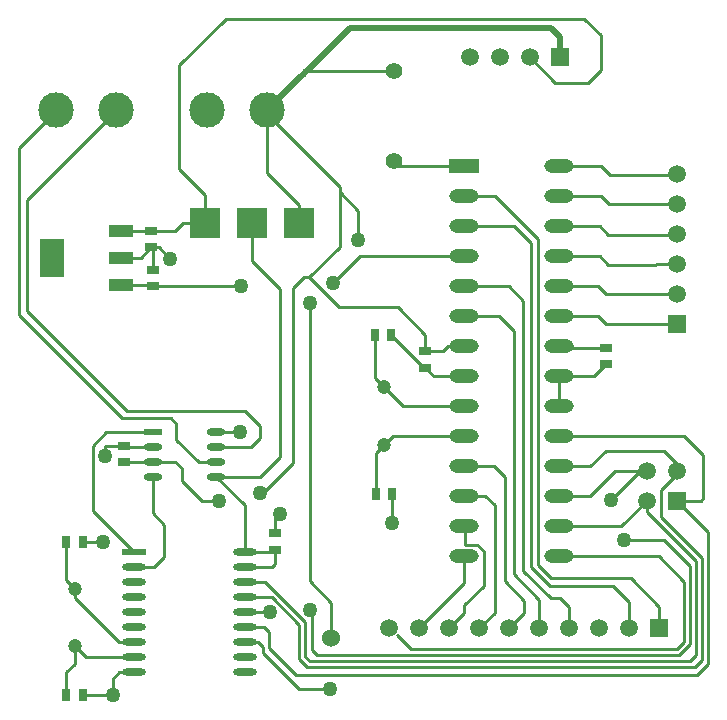
<source format=gtl>
G04 Layer_Physical_Order=1*
G04 Layer_Color=255*
%FSLAX44Y44*%
%MOMM*%
G71*
G01*
G75*
%ADD10R,1.0000X0.7000*%
%ADD11R,0.7000X1.0000*%
%ADD12O,2.0000X0.6000*%
%ADD13R,2.0000X0.6000*%
%ADD14R,1.5500X0.6000*%
%ADD15O,1.5500X0.6000*%
%ADD16R,2.1500X3.2500*%
%ADD17R,2.1500X1.0000*%
%ADD18R,2.5000X2.5000*%
%ADD19C,0.2540*%
%ADD20C,0.5000*%
%ADD21R,1.5000X1.5000*%
%ADD22C,1.5000*%
%ADD23C,3.0000*%
%ADD24C,1.2000*%
%ADD25C,1.5240*%
%ADD26R,1.5000X1.5000*%
%ADD27O,2.5000X1.2000*%
%ADD28R,2.5000X1.2000*%
%ADD29C,1.4000*%
%ADD30C,1.2700*%
D10*
X1417000Y941000D02*
D03*
Y927000D02*
D03*
X1290000Y773000D02*
D03*
Y787000D02*
D03*
X1185000Y1043000D02*
D03*
Y1029000D02*
D03*
X1186000Y996000D02*
D03*
Y1010000D02*
D03*
X1570000Y930000D02*
D03*
Y944000D02*
D03*
X1162000Y847000D02*
D03*
Y861000D02*
D03*
D11*
X1375000Y820000D02*
D03*
X1389000D02*
D03*
X1113000Y650000D02*
D03*
X1127000D02*
D03*
X1113000Y780000D02*
D03*
X1127000D02*
D03*
X1374000Y955000D02*
D03*
X1388000D02*
D03*
D12*
X1264000Y669200D02*
D03*
Y681900D02*
D03*
Y694600D02*
D03*
Y707300D02*
D03*
Y720000D02*
D03*
Y732700D02*
D03*
Y745400D02*
D03*
Y758100D02*
D03*
Y770800D02*
D03*
X1170000Y669200D02*
D03*
Y681900D02*
D03*
Y694600D02*
D03*
Y707300D02*
D03*
Y720000D02*
D03*
Y732700D02*
D03*
Y745400D02*
D03*
Y758100D02*
D03*
D13*
Y770800D02*
D03*
D14*
X1186000Y872700D02*
D03*
D15*
Y860000D02*
D03*
Y847300D02*
D03*
Y834600D02*
D03*
X1240000Y872700D02*
D03*
Y860000D02*
D03*
Y847300D02*
D03*
Y834600D02*
D03*
D16*
X1100750Y1020000D02*
D03*
D17*
X1159250Y1043000D02*
D03*
Y1020000D02*
D03*
Y997000D02*
D03*
D18*
X1230000Y1050000D02*
D03*
X1310000D02*
D03*
X1270000D02*
D03*
D19*
X1454500Y915500D02*
X1458750Y919750D01*
X1526900Y1168500D02*
X1554500D01*
X1505400Y1190000D02*
X1526900Y1168500D01*
X1554500D02*
X1565250Y1179250D01*
X1574000Y815000D02*
Y815500D01*
X1598500Y840000D01*
X1619250Y781000D02*
X1641000Y759250D01*
X1585000Y781000D02*
X1619250D01*
X1530000Y767600D02*
X1614400D01*
X1319000Y678580D02*
X1641330D01*
X1315080Y682500D02*
X1319000Y678580D01*
X1641330D02*
X1646420Y683670D01*
X1606050Y963800D02*
X1630000D01*
X1572500Y1065400D02*
X1630000D01*
X1612350Y1014600D02*
X1630000D01*
X1614400Y767600D02*
X1635920Y746080D01*
Y694920D02*
Y746080D01*
X1629750Y688750D02*
X1635920Y694920D01*
X1656580Y676580D02*
Y788020D01*
X1647000Y667000D02*
X1656580Y676580D01*
X1307500Y667000D02*
X1647000D01*
X1404550Y688750D02*
X1629750D01*
X1321000Y687764D02*
Y720250D01*
Y687764D02*
X1325104Y683660D01*
X1631844D01*
X1319000Y722250D02*
X1321000Y720250D01*
X1281403Y745400D02*
X1315080Y711723D01*
Y682500D02*
Y711723D01*
X1310000Y680396D02*
Y709618D01*
Y680396D02*
X1316896Y673500D01*
X1645000D01*
X1286918Y732700D02*
X1310000Y709618D01*
X1208250Y1095000D02*
Y1183250D01*
X1247750Y1222750D01*
X1208250Y1095000D02*
X1230000Y1073250D01*
Y1050000D02*
Y1073250D01*
X1247750Y1222750D02*
X1551000D01*
X1565250Y1208500D01*
Y1179250D02*
Y1208500D01*
X1152300Y1142300D02*
X1159800Y1134800D01*
X1072750Y1113300D02*
X1106700Y1147250D01*
X1450500Y777410D02*
Y793000D01*
X1316250Y1178000D02*
X1316350Y1178100D01*
X1390000D01*
X1312000Y1173750D02*
X1313250Y1175000D01*
X1386900D02*
X1390000Y1178100D01*
X1240300Y873000D02*
X1260000D01*
X1240000Y872700D02*
X1240300Y873000D01*
X1344500Y1029750D02*
Y1075500D01*
Y1080500D01*
Y1075500D02*
X1360000Y1060000D01*
Y1035000D02*
Y1060000D01*
X1186000Y996000D02*
X1261000D01*
X1389000Y796000D02*
Y820000D01*
X1283250Y1141750D02*
Y1145000D01*
Y1091750D02*
Y1141750D01*
X1310000Y1050000D02*
Y1065000D01*
X1283250Y1091750D02*
X1310000Y1065000D01*
X1283250Y1141750D02*
X1344500Y1080500D01*
X1072750Y972000D02*
Y1113300D01*
X1079500Y1069500D02*
X1152300Y1142300D01*
X1079500Y975500D02*
Y1069500D01*
X1313875Y1003875D02*
X1318625D01*
X1344500Y1029750D01*
X1318625Y1003875D02*
X1343750Y978750D01*
X1135340Y861090D02*
X1146950Y872700D01*
X1135340Y805460D02*
X1170000Y770800D01*
X1135340Y805460D02*
Y861090D01*
X1145500Y852500D02*
Y861000D01*
X1145500Y861000D01*
X1162000D01*
X1191250Y1029000D02*
X1201000Y1019250D01*
X1185000Y1029000D02*
X1191250D01*
X1290000Y799250D02*
X1294000Y803250D01*
X1290000Y787000D02*
Y799250D01*
X1127000Y780000D02*
X1144000D01*
X1127000Y650000D02*
X1127250Y649750D01*
X1152500D01*
Y663750D01*
X1157950Y669200D01*
X1170000D01*
X1305000Y995000D02*
X1313875Y1003875D01*
X1305000Y846750D02*
Y995000D01*
X1343750Y978750D02*
X1393500D01*
X1279250Y821000D02*
X1305000Y846750D01*
X1277000Y821000D02*
X1279250D01*
X1227500Y814500D02*
X1242000D01*
X1210500Y831500D02*
X1227500Y814500D01*
X1210500Y831500D02*
Y842000D01*
X1205200Y847300D02*
X1210500Y842000D01*
X1186000Y847300D02*
X1205200D01*
X1264000Y758100D02*
X1287350D01*
X1290000Y760750D01*
Y773000D01*
X1450000Y920000D02*
X1454500Y915500D01*
X1424000Y920000D02*
X1450000D01*
X1417000Y927000D02*
X1424000Y920000D01*
X1388000Y955000D02*
X1416000Y927000D01*
X1417000D01*
X1375000Y855000D02*
X1382000Y862000D01*
X1375000Y820000D02*
Y855000D01*
X1382000Y862000D02*
X1389200Y869200D01*
X1450000D01*
X1382000Y910800D02*
X1398200Y894600D01*
X1450000D01*
X1374000Y918800D02*
X1382000Y910800D01*
X1374000Y918800D02*
Y955000D01*
X1279500Y685750D02*
X1310000Y655250D01*
X1279500Y685750D02*
Y687816D01*
X1279420Y687896D02*
X1279500Y687816D01*
X1279420Y687896D02*
Y690580D01*
X1275400Y694600D02*
X1279420Y690580D01*
X1264000Y694600D02*
X1275400D01*
X1310000Y655250D02*
X1336500D01*
X1337250Y698000D02*
Y728250D01*
X1319000Y746500D02*
X1337250Y728250D01*
X1319000Y746500D02*
Y981750D01*
X1284500Y690000D02*
X1307500Y667000D01*
X1645000Y673500D02*
X1651500Y680000D01*
X1338750Y998750D02*
X1361600Y1021600D01*
X1450000D01*
X1264000Y745400D02*
X1281403D01*
X1264000Y732700D02*
X1286918D01*
X1264000Y720000D02*
X1285250D01*
X1280200Y707300D02*
X1284500Y703000D01*
X1264000Y707300D02*
X1280200D01*
X1284500Y690000D02*
Y703000D01*
X1651500Y680000D02*
Y766000D01*
X1615150Y706750D02*
Y724850D01*
X1591250Y748750D02*
X1615150Y724850D01*
X1523750Y748750D02*
X1591250D01*
X1589250Y707250D02*
Y728500D01*
X1575750Y742000D02*
X1589250Y728500D01*
X1522250Y742000D02*
X1575750D01*
X1589250Y707250D02*
X1589750Y706750D01*
X1530750Y731750D02*
X1538250Y724250D01*
Y710750D02*
Y724250D01*
X1523250Y731750D02*
X1530750D01*
X1500000Y755000D02*
X1523250Y731750D01*
X1491750Y752500D02*
X1513550Y730700D01*
Y707000D02*
Y730700D01*
X1488150Y706750D02*
X1500750Y719350D01*
X1462750Y706750D02*
X1475750Y719750D01*
X1466310Y757810D02*
Y771663D01*
X1466250Y757750D02*
X1466310Y757810D01*
X1466250Y742316D02*
Y757750D01*
X1449950Y726016D02*
X1466250Y742316D01*
X1437350Y706750D02*
X1449950Y719350D01*
X1450000Y744800D02*
Y767600D01*
X1417025Y711825D02*
X1450000Y744800D01*
X1392725Y700575D02*
X1404550Y688750D01*
X1631844Y683660D02*
X1641000Y692816D01*
Y759250D01*
X1646420Y683670D02*
Y763580D01*
X1604600Y805400D02*
X1646420Y763580D01*
X1616750Y800750D02*
X1651500Y766000D01*
X1630000Y814600D02*
X1656580Y788020D01*
X1604600Y805400D02*
Y814600D01*
X1577750Y840000D02*
X1598500D01*
X1604600D01*
X1530000Y1072400D02*
X1565500D01*
X1530000Y1097800D02*
X1565500D01*
X1572900Y1090400D01*
X1629600D01*
X1630000Y1090800D01*
X1565500Y1072400D02*
X1572500Y1065400D01*
X1564500Y1047000D02*
X1571600Y1039900D01*
X1629900D01*
X1630000Y1040000D01*
X1530000Y970800D02*
X1562750D01*
X1569800Y963750D01*
X1606000D01*
X1606050Y963800D01*
X1629950Y989150D02*
X1630000Y989200D01*
X1530000Y869200D02*
X1636050D01*
X1652250Y853000D01*
Y816750D02*
Y853000D01*
X1650100Y814600D02*
X1652250Y816750D01*
X1630000Y814600D02*
X1650100D01*
X1630000Y840000D02*
Y845750D01*
X1619000Y856750D02*
X1630000Y845750D01*
X1569500Y856750D02*
X1619000D01*
X1556550Y843800D02*
X1569500Y856750D01*
X1530000Y843800D02*
X1556550D01*
X1556150Y818400D02*
X1577750Y840000D01*
X1530000Y818400D02*
X1556150D01*
X1129300Y681900D02*
X1170000D01*
X1120000Y691200D02*
X1129300Y681900D01*
X1120000Y732000D02*
Y740000D01*
Y732000D02*
X1157400Y694600D01*
X1170000D01*
X1120000Y676250D02*
Y691200D01*
X1113000Y669250D02*
X1120000Y676250D01*
X1113000Y650000D02*
Y669250D01*
Y747000D02*
Y780000D01*
Y747000D02*
X1120000Y740000D01*
X1162000Y847000D02*
X1185700D01*
X1186000Y847300D01*
X1163000Y860000D02*
X1186000D01*
X1162000Y861000D02*
X1163000Y860000D01*
X1159250Y1043000D02*
X1185000D01*
X1205000D01*
X1212000Y1050000D01*
X1230000D01*
X1240000Y860000D02*
X1269000D01*
X1277000Y868000D01*
Y877750D01*
X1264250Y890500D02*
X1277000Y877750D01*
X1164500Y890500D02*
X1264250D01*
X1079500Y975500D02*
X1164500Y890500D01*
X1224950Y847300D02*
X1240000D01*
X1206000Y866250D02*
X1224950Y847300D01*
X1206000Y866250D02*
Y879750D01*
X1201500Y884250D02*
X1206000Y879750D01*
X1160500Y884250D02*
X1201500D01*
X1072750Y972000D02*
X1160500Y884250D01*
X1240000Y834600D02*
X1264000Y810600D01*
Y770800D02*
Y810600D01*
Y770800D02*
X1287800D01*
X1290000Y773000D01*
X1240000Y834600D02*
X1277350D01*
X1294000Y851250D01*
Y993500D01*
X1270000Y1017500D02*
X1294000Y993500D01*
X1270000Y1017500D02*
Y1050000D01*
X1393500Y978750D02*
X1417000Y955250D01*
Y941000D02*
Y955250D01*
X1435900Y945400D02*
X1450000D01*
X1431500Y941000D02*
X1435900Y945400D01*
X1417000Y941000D02*
X1431500D01*
X1530000Y894600D02*
Y920000D01*
X1146950Y872700D02*
X1186000D01*
Y804000D02*
Y834600D01*
Y804000D02*
X1195750Y794250D01*
Y766750D02*
Y794250D01*
X1187100Y758100D02*
X1195750Y766750D01*
X1170000Y758100D02*
X1187100D01*
X1186000Y1010000D02*
Y1028000D01*
X1185000Y1029000D02*
X1186000Y1028000D01*
X1159250Y1020000D02*
X1176000D01*
X1185000Y1029000D01*
X1159250Y997000D02*
X1185000D01*
X1186000Y996000D01*
X1394100Y1097800D02*
X1450000D01*
X1390000Y1101900D02*
X1394100Y1097800D01*
X1531400Y944000D02*
X1570000D01*
X1530000Y945400D02*
X1531400Y944000D01*
X1612250Y1014500D02*
X1612350Y1014600D01*
X1564500Y1021600D02*
X1571600Y1014500D01*
X1612250D01*
X1569800Y989150D02*
X1629950D01*
X1562750Y996200D02*
X1569800Y989150D01*
X1530000Y996200D02*
X1562750D01*
X1450000Y1072400D02*
X1475750D01*
X1530000Y1047000D02*
X1564500D01*
X1530000Y1021600D02*
X1564500D01*
X1530000Y920000D02*
X1560000D01*
X1570000Y930000D01*
X1475750Y1072400D02*
X1512250Y1035900D01*
Y760250D02*
Y1035900D01*
Y760250D02*
X1523750Y748750D01*
X1450000Y1047000D02*
X1492000D01*
X1506250Y1032750D01*
Y758000D02*
Y1032750D01*
Y758000D02*
X1522250Y742000D01*
X1450000Y996200D02*
X1487800D01*
X1500000Y984000D01*
Y755000D02*
Y984000D01*
X1450000Y970800D02*
X1479200D01*
X1491750Y958250D01*
Y752500D02*
Y958250D01*
X1450000Y843800D02*
X1474700D01*
X1484250Y834250D01*
Y746250D02*
Y834250D01*
X1450000Y818400D02*
X1467850D01*
X1450000Y793000D02*
X1450500D01*
X1460563Y777410D02*
X1466310Y771663D01*
X1450500Y777410D02*
X1460563D01*
X1484250Y746250D02*
X1500750Y729750D01*
X1467850Y818400D02*
X1475750Y810500D01*
X1449950Y719350D02*
Y726016D01*
X1500750Y719350D02*
Y729750D01*
X1475750Y719750D02*
Y810500D01*
X1630000Y836750D02*
Y840000D01*
X1583000Y793000D02*
X1604600Y814600D01*
X1530000Y793000D02*
X1583000D01*
X1616750Y800750D02*
Y823500D01*
X1630000Y836750D01*
D20*
X1316350Y1178100D02*
X1353250Y1215000D01*
X1313250Y1175000D02*
X1316250Y1178000D01*
X1283250Y1145000D02*
X1312000Y1173750D01*
X1353250Y1215000D02*
X1523000D01*
X1530800Y1207200D01*
Y1190000D02*
Y1207200D01*
D21*
X1630000Y814600D02*
D03*
Y963800D02*
D03*
D22*
X1604600Y814600D02*
D03*
X1630000Y840000D02*
D03*
X1604600D02*
D03*
X1589750Y706750D02*
D03*
X1538950D02*
D03*
X1513550D02*
D03*
X1488150D02*
D03*
X1462750D02*
D03*
X1437350D02*
D03*
X1411950D02*
D03*
X1386550D02*
D03*
X1564350D02*
D03*
X1630000Y1090800D02*
D03*
Y1065400D02*
D03*
Y1040000D02*
D03*
Y1014600D02*
D03*
Y989200D02*
D03*
X1505400Y1190000D02*
D03*
X1480000D02*
D03*
X1454600D02*
D03*
D23*
X1155000Y1145000D02*
D03*
X1104200D02*
D03*
X1283250D02*
D03*
X1232450D02*
D03*
D24*
X1382000Y862000D02*
D03*
Y910800D02*
D03*
X1120000Y691200D02*
D03*
Y740000D02*
D03*
D25*
X1337250Y698000D02*
D03*
D26*
X1615150Y706750D02*
D03*
X1530800Y1190000D02*
D03*
D27*
X1530000Y767600D02*
D03*
Y793000D02*
D03*
Y818400D02*
D03*
Y843800D02*
D03*
Y869200D02*
D03*
Y894600D02*
D03*
Y920000D02*
D03*
Y945400D02*
D03*
Y970800D02*
D03*
Y996200D02*
D03*
Y1021600D02*
D03*
Y1047000D02*
D03*
Y1072400D02*
D03*
Y1097800D02*
D03*
X1450000Y767600D02*
D03*
Y793000D02*
D03*
Y818400D02*
D03*
Y843800D02*
D03*
Y869200D02*
D03*
Y894600D02*
D03*
Y920000D02*
D03*
Y945400D02*
D03*
Y970800D02*
D03*
Y996200D02*
D03*
Y1021600D02*
D03*
Y1047000D02*
D03*
Y1072400D02*
D03*
D28*
Y1097800D02*
D03*
D29*
X1390000Y1101900D02*
D03*
Y1178100D02*
D03*
D30*
X1574000Y815000D02*
D03*
X1585000Y781000D02*
D03*
X1260000Y873000D02*
D03*
X1360000Y1035000D02*
D03*
X1261000Y996000D02*
D03*
X1389000Y796000D02*
D03*
X1145500Y852500D02*
D03*
X1201000Y1019250D02*
D03*
X1294000Y803250D02*
D03*
X1144000Y780000D02*
D03*
X1152500Y649750D02*
D03*
X1277000Y821000D02*
D03*
X1242000Y814500D02*
D03*
X1336500Y655250D02*
D03*
X1319000Y981750D02*
D03*
X1338750Y998750D02*
D03*
X1285250Y720000D02*
D03*
X1319000Y722250D02*
D03*
M02*

</source>
